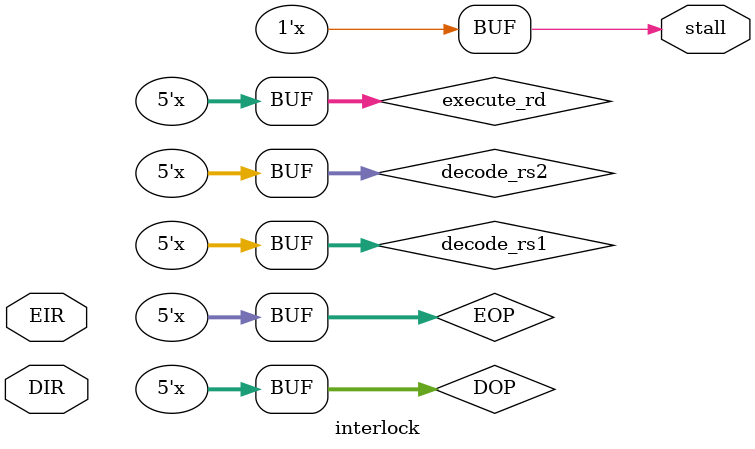
<source format=v>
module interlock(
    stall, // output wire stall
    DIR, // decode stage instruction
    EIR, // execute stage instruction
);

    input [5:0] DIR, EIR;
    output stall;

    // stall if the decode stage instruction is a load instruction and the execute stage instruction is a store instruction
    wire [4:0] decode_rs1, decode_rs2, execute_rd, DOP, EOP;
    assign DOP = DIR[31:27];
    assign EOP = EIR[31:27];
    assign decode_rs1 = DIR[21:17];
    assign decode_rs2 = DOP == 5'b00010 || DOP == 5'b00100 ? DIR[26:22] : DIR[16:12];
    assign execute_rd = EIR[26:22];

    assign stall = (EOP == 5'b01000 && (decode_rs1 == execute_rd || ((decode_rs2 == execute_rd) && DOP != 5'b00111))) || // lw and sw stall
                     ((DOP == 5'b00100 && EOP == 5'b01000)&& (decode_rs1 == execute_rd)) ||
                     ((DOP == 5'b00111 && EOP == 5'b00111) && (decode_rs1 == execute_rd));


endmodule
</source>
